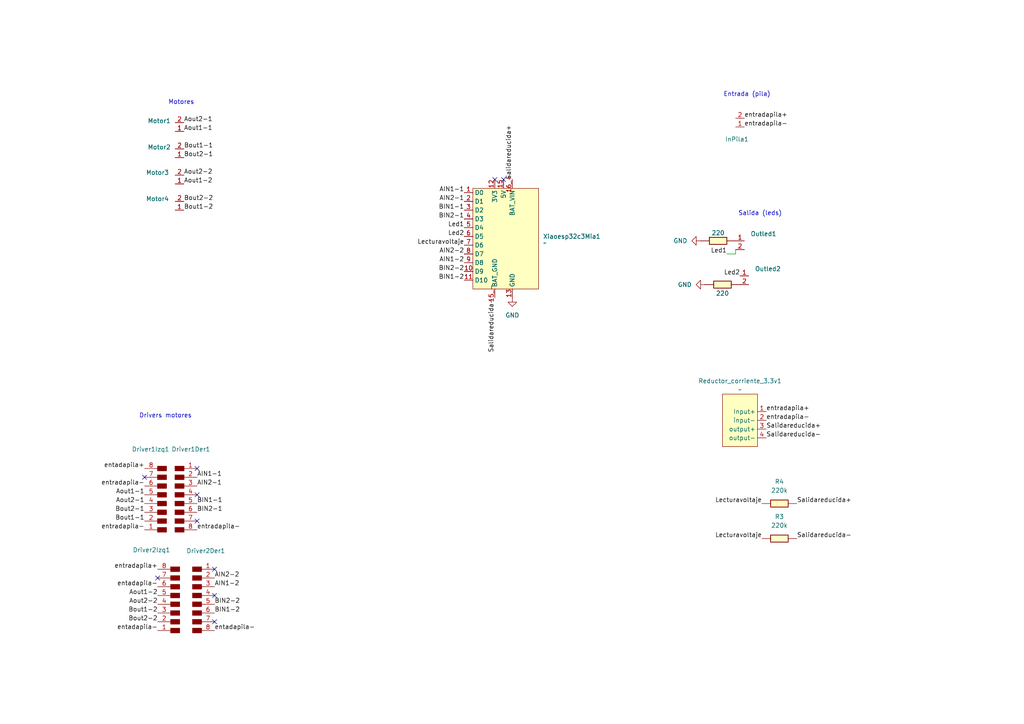
<source format=kicad_sch>
(kicad_sch (version 20250114) (generator "eeschema") (generator_version "9.0")
  (paper "A4")
  (lib_symbols
    (symbol "Fab:Conn_PinHeader_1x08_P2.54mm_Vertical_THT_D1.4mm" (pin_names (hide yes))
      (property "Reference" "J" (at 0 10.16 0))
      (property "Value" "Conn_PinHeader_1x08_P2.54mm_Vertical_THT_D1.4mm" (at 0 -12.7 0))
      (symbol "Conn_PinHeader_1x08_P2.54mm_Vertical_THT_D1.4mm_1_1"
        (rectangle (start -1.27 8.255) (end 1.27 6.985) (stroke (width 0.254)) (fill (type outline)))
        (rectangle (start -1.27 5.715) (end 1.27 4.445) (stroke (width 0.254)) (fill (type outline)))
        (rectangle (start -1.27 3.175) (end 1.27 1.905) (stroke (width 0.254)) (fill (type outline)))
        (rectangle (start -1.27 0.635) (end 1.27 -0.635) (stroke (width 0.254)) (fill (type outline)))
        (rectangle (start -1.27 -1.905) (end 1.27 -3.175) (stroke (width 0.254)) (fill (type outline)))
        (rectangle (start -1.27 -4.445) (end 1.27 -5.715) (stroke (width 0.254)) (fill (type outline)))
        (rectangle (start -1.27 -6.985) (end 1.27 -8.255) (stroke (width 0.254)) (fill (type outline)))
        (rectangle (start -1.27 -9.525) (end 1.27 -10.795) (stroke (width 0.254)) (fill (type outline)))
        (pin passive line (at 5.08 7.62 180) (length 3.81) (name "Pin_1") (number "1"))
        (pin passive line (at 5.08 5.08 180) (length 3.81) (name "Pin_2") (number "2"))
        (pin passive line (at 5.08 2.54 180) (length 3.81) (name "Pin_3") (number "3"))
        (pin passive line (at 5.08 0 180) (length 3.81) (name "Pin_4") (number "4"))
        (pin passive line (at 5.08 -2.54 180) (length 3.81) (name "Pin_5") (number "5"))
        (pin passive line (at 5.08 -5.08 180) (length 3.81) (name "Pin_6") (number "6"))
        (pin passive line (at 5.08 -7.62 180) (length 3.81) (name "Pin_7") (number "7"))
        (pin passive line (at 5.08 -10.16 180) (length 3.81) (name "Pin_8") (number "8"))
      )
    )
    (symbol "Fab:Conn_PinSocket_1x02_P2.54mm_Horizontal_SMD"
      (property "Reference" "J" (at 0 5.08 0))
      (property "Value" "Conn_PinSocket_1x02_P2.54mm_Horizontal_SMD" (at 0 -3.81 0))
      (symbol "Conn_PinSocket_1x02_P2.54mm_Horizontal_SMD_0_0"
        (polyline (pts (xy -2.286 -7.366) (xy -2.286 -7.366)))
      )
      (symbol "Conn_PinSocket_1x02_P2.54mm_Horizontal_SMD_1_1"
        (pin passive line (at -2.54 1.27 0) (length 2.54) (name "") (number "1"))
        (pin passive line (at -2.54 -1.27 0) (length 2.54) (name "") (number "2"))
      )
    )
    (symbol "Fab:R_1206" (pin_numbers (hide yes)) (pin_names (offset 0))
      (property "Reference" "R" (at 2.54 0 90))
      (property "Value" "R_1206" (at -2.54 0 90))
      (symbol "R_1206_0_1"
        (rectangle (start -1.016 -2.54) (end 1.016 2.54) (stroke (width 0.254)) (fill (type background)))
      )
      (symbol "R_1206_1_1"
        (pin passive line (at 0 5.08 270) (length 2.54) (name "~") (number "1"))
        (pin passive line (at 0 -5.08 90) (length 2.54) (name "~") (number "2"))
      )
    )
    (symbol "Libreria_mia:Xiaoesp32c3VMia"
      (property "Reference" "Xiaoesp32c3Mia" (at 10.668 -10.922 90))
      (symbol "Xiaoesp32c3VMia_1_1"
        (rectangle (start -3.81 5.08) (end 15.24 -24.13) (fill (type background)))
        (pin bidirectional line (at -6.35 3.81 0) (length 2.54) (name "D0") (number "1"))
        (pin bidirectional line (at -6.35 1.27 0) (length 2.54) (name "D1") (number "2"))
        (pin bidirectional line (at -6.35 -1.27 0) (length 2.54) (name "D2") (number "3"))
        (pin bidirectional line (at -6.35 -3.81 0) (length 2.54) (name "D3") (number "4"))
        (pin bidirectional line (at -6.35 -6.35 0) (length 2.54) (name "D4") (number "5"))
        (pin bidirectional line (at -6.35 -8.89 0) (length 2.54) (name "D5") (number "6"))
        (pin bidirectional line (at -6.35 -11.43 0) (length 2.54) (name "D6") (number "7"))
        (pin bidirectional line (at -6.35 -13.97 0) (length 2.54) (name "D7") (number "8"))
        (pin bidirectional line (at -6.35 -16.51 0) (length 2.54) (name "D8") (number "9"))
        (pin bidirectional line (at -6.35 -19.05 0) (length 2.54) (name "D9") (number "10"))
        (pin bidirectional line (at -6.35 -21.59 0) (length 2.54) (name "D10") (number "11"))
        (pin bidirectional line (at 2.54 7.62 270) (length 2.54) (name "3V3") (number "12"))
        (pin bidirectional line (at 2.54 -26.67 90) (length 2.54) (name "BAT_GND") (number "15_-"))
        (pin bidirectional line (at 5.08 7.62 270) (length 2.54) (name "5V") (number "15"))
        (pin bidirectional line (at 7.62 7.62 270) (length 2.54) (name "BAT_VIN") (number "16_+"))
        (pin bidirectional line (at 7.62 -26.67 90) (length 2.54) (name "GND") (number "13"))
      )
    )
    (symbol "Libreria_mia:mini560"
      (property "Reference" "Reductor_corriente_3.3v" (at 0 -2.032 0))
      (symbol "mini560_1_1"
        (rectangle (start -5.08 0) (end 5.08 -15.24) (fill (type background)))
        (pin input line (at 7.62 -5.08 180) (length 2.54) (name "Input+") (number "1"))
        (pin input line (at 7.62 -7.62 180) (length 2.54) (name "input-") (number "2"))
        (pin output line (at 7.62 -10.16 180) (length 2.54) (name "output+") (number "3"))
        (pin output line (at 7.62 -12.7 180) (length 2.54) (name "output-") (number "4"))
      )
    )
    (symbol "power:GND" (power) (pin_numbers (hide yes)) (pin_names (offset 0) (hide yes))
      (property "Value" "GND" (at 0 -3.81 0))
      (symbol "GND_0_1"
        (polyline (pts (xy 0 0) (xy 0 -1.27) (xy 1.27 -1.27) (xy 0 -2.54) (xy -1.27 -1.27) (xy 0 -1.27)))
      )
      (symbol "GND_1_1"
        (pin power_in line (at 0 0 270) (length 0) (name "~") (number "1"))
      )
    )
  )
  (text "Salida (leds)" (at 220.472 61.976 0) (effects (font (size 1.27 1.27))))
  (text "Drivers motores" (at 48.006 120.65 0) (effects (font (size 1.27 1.27))))
  (text "Motores" (at 52.578 29.718 0) (effects (font (size 1.27 1.27))))
  (text "Entrada (pila)" (at 216.662 27.432 0) (effects (font (size 1.27 1.27))))
  (no_connect (at 57.15 151.13))
  (no_connect (at 41.91 138.43))
  (no_connect (at 143.51 52.07))
  (no_connect (at 57.15 135.89))
  (no_connect (at 146.05 52.07))
  (no_connect (at 62.23 172.72))
  (no_connect (at 57.15 143.51))
  (no_connect (at 45.72 167.64))
  (no_connect (at 62.23 180.34))
  (no_connect (at 62.23 165.1))
  (wire (pts (xy 210.82 73.66) (xy 213.36 73.66)))
  (wire (pts (xy 213.36 73.66) (xy 213.36 72.39)))
  (label "BIN1-1" (at 134.62 60.96 180))
  (label "Lecturavoltaje" (at 220.98 146.05 180))
  (label "BIN2-2" (at 62.23 175.26 0))
  (label "entadapila-" (at 62.23 182.88 0))
  (label "Bout1-2" (at 53.34 60.96 0))
  (label "AIN2-2" (at 62.23 167.64 0))
  (label "Aout1-2" (at 45.72 172.72 180))
  (label "Led1" (at 210.82 73.66 180))
  (label "Salidareducida+" (at 148.59 52.07 90))
  (label "Aout1-1" (at 53.34 38.1 0))
  (label "Bout2-1" (at 53.34 45.72 0))
  (label "Bout1-2" (at 45.72 177.8 180))
  (label "entadapila+" (at 41.91 135.89 180))
  (label "AIN1-2" (at 62.23 170.18 0))
  (label "entadapila-" (at 45.72 170.18 180))
  (label "entradapila-" (at 41.91 153.67 180))
  (label "Salidareducida-" (at 222.25 127 0))
  (label "entadapila-" (at 45.72 182.88 180))
  (label "AIN1-2" (at 134.62 76.2 180))
  (label "Aout2-1" (at 53.34 35.56 0))
  (label "AIN2-1" (at 134.62 58.42 180))
  (label "Aout1-1" (at 41.91 143.51 180))
  (label "BIN1-1" (at 57.15 146.05 0))
  (label "Aout2-2" (at 53.34 50.8 0))
  (label "Aout2-1" (at 41.91 146.05 180))
  (label "entradapila-" (at 41.91 140.97 180))
  (label "Aout1-2" (at 53.34 53.34 0))
  (label "Salidareducida-" (at 143.51 86.36 270))
  (label "AIN1-1" (at 57.15 138.43 0))
  (label "Led1" (at 134.62 66.04 180))
  (label "Led2" (at 214.63 80.01 180))
  (label "AIN2-1" (at 57.15 140.97 0))
  (label "entradapila-" (at 222.25 121.92 0))
  (label "Bout1-1" (at 41.91 151.13 180))
  (label "Aout2-2" (at 45.72 175.26 180))
  (label "Bout2-2" (at 45.72 180.34 180))
  (label "BIN2-1" (at 134.62 63.5 180))
  (label "BIN1-2" (at 62.23 177.8 0))
  (label "Salidareducida-" (at 231.14 156.21 0))
  (label "Lecturavoltaje" (at 220.98 156.21 180))
  (label "AIN1-1" (at 134.62 55.88 180))
  (label "Salidareducida+" (at 231.14 146.05 0))
  (label "entradapila+" (at 222.25 119.38 0))
  (label "entradapila-" (at 57.15 153.67 0))
  (label "BIN2-2" (at 134.62 78.74 180))
  (label "Led2" (at 134.62 68.58 180))
  (label "Salidareducida+" (at 222.25 124.46 0))
  (label "Bout2-2" (at 53.34 58.42 0))
  (label "AIN2-2" (at 134.62 73.66 180))
  (label "entradapila+" (at 45.72 165.1 180))
  (label "BIN1-2" (at 134.62 81.28 180))
  (label "BIN2-1" (at 57.15 148.59 0))
  (label "Lecturavoltaje" (at 134.62 71.12 180))
  (label "entradapila+" (at 215.9 34.29 0))
  (label "entradapila-" (at 215.9 36.83 0))
  (label "Bout1-1" (at 53.34 43.18 0))
  (label "Bout2-1" (at 41.91 148.59 180))
  (symbol (lib_id "Fab:Conn_PinHeader_1x08_P2.54mm_Vertical_THT_D1.4mm") (at 57.15 172.72 0) (unit 1)
    (property "Reference" "Driver2Der1" (at 59.69 159.766 0))
    (property "Value" "Conn_PinHeader_1x08_P2.54mm_Vertical_THT_D1.4mm" (effects (hide yes)))
    (property "Footprint" "fab:PinHeader_1x08_P2.54mm_Vertical_THT_D1.4mm" (effects (hide yes)))
    (property "Description" "Connector Header Through Hole 8 positions 0.100\" (2.54mm)" (effects (hide yes)))
  )
  (symbol (lib_id "Fab:Conn_PinHeader_1x08_P2.54mm_Vertical_THT_D1.4mm") (at 52.07 143.51 0) (unit 1)
    (property "Reference" "Driver1Der1" (at 55.372 130.302 0))
    (property "Value" "Driver 1 Der" (effects (hide yes)))
    (property "Footprint" "fab:PinHeader_1x08_P2.54mm_Vertical_THT_D1.4mm" (effects (hide yes)))
    (property "Description" "Connector Header Through Hole 8 positions 0.100\" (2.54mm)" (effects (hide yes)))
  )
  (symbol (lib_id "Fab:Conn_PinSocket_1x02_P2.54mm_Horizontal_SMD") (at 50.8 52.07 180) (unit 1)
    (property "Reference" "Motor3" (at 49.022 50.038 0) (effects (justify left)))
    (property "Value" "Conn_PinSocket_1x02_P2.54mm_Horizontal_SMD" (effects (hide yes)))
    (property "Footprint" "fab:PinSocket_1x02_P2.54mm_Horizontal_SMD" (effects (hide yes)))
    (property "Datasheet" "https://gct.co/files/specs/2.54mm-socket-spec.pdf" (effects (hide yes)))
    (property "Description" "Horizontal SMD 2.54mm pitch pin socket connector" (effects (hide yes)))
  )
  (symbol (lib_id "Fab:Conn_PinHeader_1x08_P2.54mm_Vertical_THT_D1.4mm") (at 50.8 175.26 180) (unit 1)
    (property "Reference" "Driver2Izq1" (at 43.942 159.512 0))
    (property "Value" "Conn_PinHeader_1x08_P2.54mm_Vertical_THT_D1.4mm" (effects (hide yes)))
    (property "Footprint" "fab:PinHeader_1x08_P2.54mm_Vertical_THT_D1.4mm" (effects (hide yes)))
    (property "Description" "Connector Header Through Hole 8 positions 0.100\" (2.54mm)" (effects (hide yes)))
  )
  (symbol (lib_id "Fab:R_1206") (at 209.55 82.55 270) (unit 1)
    (property "Reference" "R2" (effects (hide yes)))
    (property "Value" "220" (at 209.55 85.09 90))
    (property "Footprint" "fab:R_1206" (effects (hide yes)))
    (property "Description" "Resistor" (effects (hide yes)))
  )
  (symbol (lib_id "Fab:Conn_PinSocket_1x02_P2.54mm_Horizontal_SMD") (at 215.9 71.12 0) (unit 1)
    (property "Reference" "Outled1" (at 217.678 67.818 0) (effects (justify left)))
    (property "Value" "Conn_PinSocket_1x02_P2.54mm_Horizontal_SMD" (effects (hide yes)))
    (property "Footprint" "fab:PinSocket_1x02_P2.54mm_Horizontal_SMD" (effects (hide yes)))
    (property "Datasheet" "https://gct.co/files/specs/2.54mm-socket-spec.pdf" (effects (hide yes)))
    (property "Description" "Horizontal SMD 2.54mm pitch pin socket connector" (effects (hide yes)))
  )
  (symbol (lib_id "Fab:Conn_PinSocket_1x02_P2.54mm_Horizontal_SMD") (at 213.36 35.56 180) (unit 1)
    (property "Reference" "InPila1" (at 217.17 40.386 0) (effects (justify left)))
    (property "Value" "Conn_PinSocket_1x02_P2.54mm_Horizontal_SMD" (effects (hide yes)))
    (property "Footprint" "fab:PinSocket_1x02_P2.54mm_Horizontal_SMD" (effects (hide yes)))
    (property "Datasheet" "https://gct.co/files/specs/2.54mm-socket-spec.pdf" (effects (hide yes)))
    (property "Description" "Horizontal SMD 2.54mm pitch pin socket connector" (effects (hide yes)))
  )
  (symbol (lib_id "Fab:R_1206") (at 226.06 146.05 270) (unit 1)
    (property "Reference" "R4" (at 226.06 139.7 90))
    (property "Value" "220k" (at 226.06 142.24 90))
    (property "Footprint" "fab:R_1206" (effects (hide yes)))
    (property "Description" "Resistor" (effects (hide yes)))
  )
  (symbol (lib_id "Fab:R_1206") (at 208.28 69.85 270) (unit 1)
    (property "Reference" "R1" (effects (hide yes)))
    (property "Value" "220" (at 208.28 67.564 90))
    (property "Footprint" "fab:R_1206" (effects (hide yes)))
    (property "Description" "Resistor" (effects (hide yes)))
  )
  (symbol (lib_id "Fab:Conn_PinSocket_1x02_P2.54mm_Horizontal_SMD") (at 50.8 59.69 180) (unit 1)
    (property "Reference" "Motor4" (at 49.022 57.658 0) (effects (justify left)))
    (property "Value" "Conn_PinSocket_1x02_P2.54mm_Horizontal_SMD" (effects (hide yes)))
    (property "Footprint" "fab:PinSocket_1x02_P2.54mm_Horizontal_SMD" (effects (hide yes)))
    (property "Datasheet" "https://gct.co/files/specs/2.54mm-socket-spec.pdf" (effects (hide yes)))
    (property "Description" "Horizontal SMD 2.54mm pitch pin socket connector" (effects (hide yes)))
  )
  (symbol (lib_id "power:GND") (at 203.2 69.85 270) (unit 1)
    (property "Reference" "#PWR03" (effects (hide yes)))
    (property "Value" "GND" (at 199.39 69.8499 90) (effects (justify right)))
    (property "Description" "Power symbol creates a global label with name \"GND\" , ground" (effects (hide yes)))
  )
  (symbol (lib_id "Libreria_mia:mini560") (at 214.63 114.3 0) (unit 1)
    (property "Reference" "Reductor_corriente_3.3v1" (at 214.63 110.49 0))
    (property "Value" "~" (at 214.63 113.03 0))
    (property "Footprint" "Libreia_mia:Mini560" (effects (hide yes)))
  )
  (symbol (lib_id "Fab:Conn_PinHeader_1x08_P2.54mm_Vertical_THT_D1.4mm") (at 46.99 146.05 180) (unit 1)
    (property "Reference" "Driver1Izq1" (at 43.688 130.302 0))
    (property "Value" "Driver 2 Izq" (effects (hide yes)))
    (property "Footprint" "fab:PinHeader_1x08_P2.54mm_Vertical_THT_D1.4mm" (effects (hide yes)))
    (property "Description" "Connector Header Through Hole 8 positions 0.100\" (2.54mm)" (effects (hide yes)))
  )
  (symbol (lib_id "Fab:Conn_PinSocket_1x02_P2.54mm_Horizontal_SMD") (at 50.8 44.45 180) (unit 1)
    (property "Reference" "Motor2" (at 49.53 42.6721 0) (effects (justify left)))
    (property "Value" "Conn_PinSocket_1x02_P2.54mm_Horizontal_SMD" (effects (hide yes)))
    (property "Footprint" "fab:PinSocket_1x02_P2.54mm_Horizontal_SMD" (effects (hide yes)))
    (property "Datasheet" "https://gct.co/files/specs/2.54mm-socket-spec.pdf" (effects (hide yes)))
    (property "Description" "Horizontal SMD 2.54mm pitch pin socket connector" (effects (hide yes)))
  )
  (symbol (lib_id "Fab:Conn_PinSocket_1x02_P2.54mm_Horizontal_SMD") (at 217.17 81.28 0) (unit 1)
    (property "Reference" "Outled2" (at 218.948 77.978 0) (effects (justify left)))
    (property "Value" "Conn_PinSocket_1x02_P2.54mm_Horizontal_SMD" (effects (hide yes)))
    (property "Footprint" "fab:PinSocket_1x02_P2.54mm_Horizontal_SMD" (effects (hide yes)))
    (property "Datasheet" "https://gct.co/files/specs/2.54mm-socket-spec.pdf" (effects (hide yes)))
    (property "Description" "Horizontal SMD 2.54mm pitch pin socket connector" (effects (hide yes)))
  )
  (symbol (lib_id "Libreria_mia:Xiaoesp32c3VMia") (at 140.97 59.69 0) (unit 1)
    (property "Reference" "Xiaoesp32c3Mia1" (at 157.48 68.5799 0) (effects (justify left)))
    (property "Value" "~" (at 157.48 70.485 0) (effects (justify left)))
    (property "Footprint" "Libreia_mia:Xiaoesp32c3Mia" (effects (hide yes)))
  )
  (symbol (lib_id "power:GND") (at 148.59 86.36 0) (unit 1)
    (property "Reference" "#PWR01" (effects (hide yes)))
    (property "Value" "GND" (at 148.59 91.44 0))
    (property "Description" "Power symbol creates a global label with name \"GND\" , ground" (effects (hide yes)))
  )
  (symbol (lib_id "Fab:Conn_PinSocket_1x02_P2.54mm_Horizontal_SMD") (at 50.8 36.83 180) (unit 1)
    (property "Reference" "Motor1" (at 49.53 35.0521 0) (effects (justify left)))
    (property "Value" "Conn_PinSocket_1x02_P2.54mm_Horizontal_SMD" (effects (hide yes)))
    (property "Footprint" "fab:PinSocket_1x02_P2.54mm_Horizontal_SMD" (effects (hide yes)))
    (property "Datasheet" "https://gct.co/files/specs/2.54mm-socket-spec.pdf" (effects (hide yes)))
    (property "Description" "Horizontal SMD 2.54mm pitch pin socket connector" (effects (hide yes)))
  )
  (symbol (lib_id "Fab:R_1206") (at 226.06 156.21 270) (unit 1)
    (property "Reference" "R3" (at 226.06 149.86 90))
    (property "Value" "220k" (at 226.06 152.4 90))
    (property "Footprint" "fab:R_1206" (effects (hide yes)))
    (property "Description" "Resistor" (effects (hide yes)))
  )
  (symbol (lib_id "power:GND") (at 204.47 82.55 270) (unit 1)
    (property "Reference" "#PWR02" (effects (hide yes)))
    (property "Value" "GND" (at 200.66 82.5499 90) (effects (justify right)))
    (property "Description" "Power symbol creates a global label with name \"GND\" , ground" (effects (hide yes)))
  )
)
</source>
